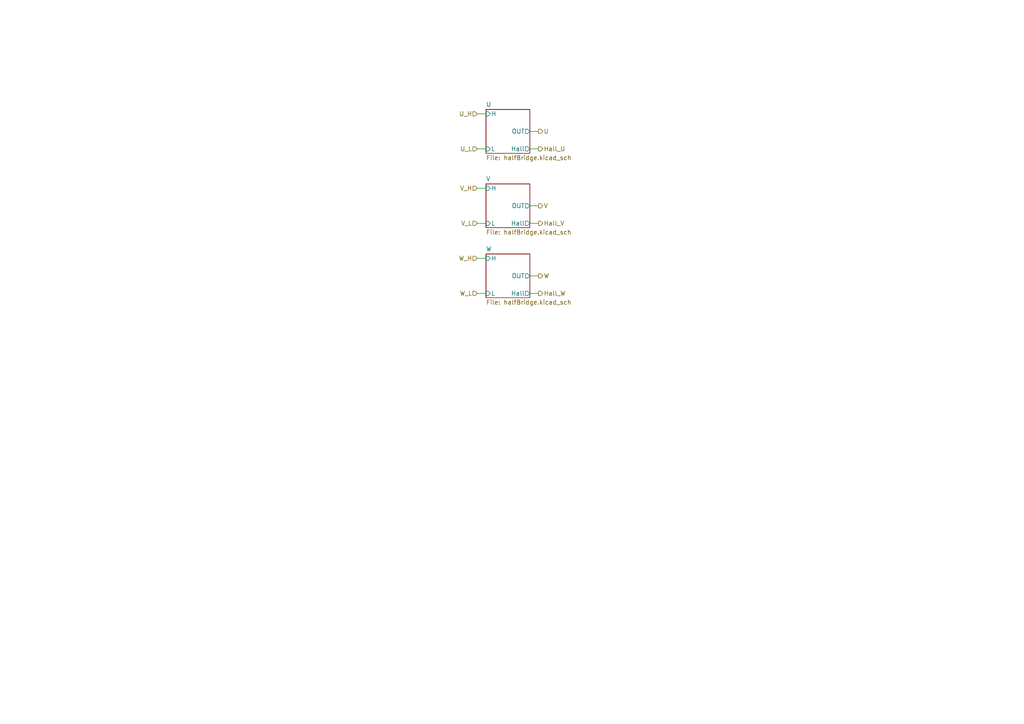
<source format=kicad_sch>
(kicad_sch (version 20211123) (generator eeschema)

  (uuid 66c30d38-93a2-49c3-8a6d-a6d2cfd13997)

  (paper "A4")

  (lib_symbols
  )


  (wire (pts (xy 138.43 64.77) (xy 140.97 64.77))
    (stroke (width 0) (type default) (color 0 0 0 0))
    (uuid 03872b8a-f446-4356-88e8-5846f4184a24)
  )
  (wire (pts (xy 153.67 59.69) (xy 156.21 59.69))
    (stroke (width 0) (type default) (color 0 0 0 0))
    (uuid 04bf52b7-a263-4c43-b812-a6b524533f13)
  )
  (wire (pts (xy 138.43 74.93) (xy 140.97 74.93))
    (stroke (width 0) (type default) (color 0 0 0 0))
    (uuid 254c24da-58ec-41b4-9eb9-1c6864aa61e0)
  )
  (wire (pts (xy 138.43 43.18) (xy 140.97 43.18))
    (stroke (width 0) (type default) (color 0 0 0 0))
    (uuid 3dc6a2d5-ffa6-4376-8ac0-2d5902324aa8)
  )
  (wire (pts (xy 138.43 33.02) (xy 140.97 33.02))
    (stroke (width 0) (type default) (color 0 0 0 0))
    (uuid 62ac4705-cff8-4b09-99ff-b5e5ec1946b3)
  )
  (wire (pts (xy 138.43 54.61) (xy 140.97 54.61))
    (stroke (width 0) (type default) (color 0 0 0 0))
    (uuid 7588ac06-eb1f-44e6-b1bc-04e0c90c96a4)
  )
  (wire (pts (xy 138.43 85.09) (xy 140.97 85.09))
    (stroke (width 0) (type default) (color 0 0 0 0))
    (uuid 8c468e20-0b13-4fef-a29d-8852681871d8)
  )
  (wire (pts (xy 153.67 80.01) (xy 156.21 80.01))
    (stroke (width 0) (type default) (color 0 0 0 0))
    (uuid bf8ca0c7-6615-41f4-a986-98a9d86df39d)
  )
  (wire (pts (xy 153.67 85.09) (xy 156.21 85.09))
    (stroke (width 0) (type default) (color 0 0 0 0))
    (uuid dc9ec954-4bb0-479e-bff5-4d3c70056e2c)
  )
  (wire (pts (xy 153.67 38.1) (xy 156.21 38.1))
    (stroke (width 0) (type default) (color 0 0 0 0))
    (uuid e9959d36-c68b-425f-b3ee-849caf827dad)
  )
  (wire (pts (xy 153.67 43.18) (xy 156.21 43.18))
    (stroke (width 0) (type default) (color 0 0 0 0))
    (uuid f412fbe1-5539-4974-8104-191c7f218784)
  )
  (wire (pts (xy 153.67 64.77) (xy 156.21 64.77))
    (stroke (width 0) (type default) (color 0 0 0 0))
    (uuid f7e5a07f-9f96-4d1f-8d7f-9c9cc21609ed)
  )

  (hierarchical_label "U_H" (shape input) (at 138.43 33.02 180)
    (effects (font (size 1.27 1.27)) (justify right))
    (uuid 244c1485-8bb1-4a63-a5f7-456ee50ce610)
  )
  (hierarchical_label "Hall_W" (shape output) (at 156.21 85.09 0)
    (effects (font (size 1.27 1.27)) (justify left))
    (uuid 4e2ca619-b50d-441b-a10c-863217e451ad)
  )
  (hierarchical_label "U_L" (shape input) (at 138.43 43.18 180)
    (effects (font (size 1.27 1.27)) (justify right))
    (uuid 61baf148-40c9-4259-b63f-2e9887b2840f)
  )
  (hierarchical_label "U" (shape output) (at 156.21 38.1 0)
    (effects (font (size 1.27 1.27)) (justify left))
    (uuid 6ece2e51-ecc8-4ccb-8952-6bbefc48ffdb)
  )
  (hierarchical_label "V_H" (shape input) (at 138.43 54.61 180)
    (effects (font (size 1.27 1.27)) (justify right))
    (uuid 9a8e0647-37c2-41bb-8f43-6f585bf4d91d)
  )
  (hierarchical_label "V" (shape output) (at 156.21 59.69 0)
    (effects (font (size 1.27 1.27)) (justify left))
    (uuid b459a753-4350-4e2a-a8f7-8263c71e97fd)
  )
  (hierarchical_label "Hall_U" (shape output) (at 156.21 43.18 0)
    (effects (font (size 1.27 1.27)) (justify left))
    (uuid d32709f7-ab6a-47a4-940f-fa94d9bdb90a)
  )
  (hierarchical_label "V_L" (shape input) (at 138.43 64.77 180)
    (effects (font (size 1.27 1.27)) (justify right))
    (uuid d8a123cb-4013-4deb-b882-c5cf55dec967)
  )
  (hierarchical_label "Hall_V" (shape output) (at 156.21 64.77 0)
    (effects (font (size 1.27 1.27)) (justify left))
    (uuid da17ecc8-bec1-43e4-9dcb-e4dca1cf6c68)
  )
  (hierarchical_label "W" (shape output) (at 156.21 80.01 0)
    (effects (font (size 1.27 1.27)) (justify left))
    (uuid e24cf9ce-c405-46bd-91db-768b2862355a)
  )
  (hierarchical_label "W_L" (shape input) (at 138.43 85.09 180)
    (effects (font (size 1.27 1.27)) (justify right))
    (uuid f6cfe723-ef8c-4882-974c-67b826709211)
  )
  (hierarchical_label "W_H" (shape input) (at 138.43 74.93 180)
    (effects (font (size 1.27 1.27)) (justify right))
    (uuid fa5eadc7-6a62-465e-b8de-0369dd58aed4)
  )

  (sheet (at 140.97 73.66) (size 12.7 12.7) (fields_autoplaced)
    (stroke (width 0.1524) (type solid) (color 0 0 0 0))
    (fill (color 0 0 0 0.0000))
    (uuid 4d1f930b-0b1c-4882-bb90-335875f9a372)
    (property "Sheet name" "W" (id 0) (at 140.97 72.9484 0)
      (effects (font (size 1.27 1.27)) (justify left bottom))
    )
    (property "Sheet file" "halfBridge.kicad_sch" (id 1) (at 140.97 86.9446 0)
      (effects (font (size 1.27 1.27)) (justify left top))
    )
    (pin "OUT" output (at 153.67 80.01 0)
      (effects (font (size 1.27 1.27)) (justify right))
      (uuid 2b936831-3bd2-43cb-8722-b8ba1ef090af)
    )
    (pin "L" input (at 140.97 85.09 180)
      (effects (font (size 1.27 1.27)) (justify left))
      (uuid 980931e7-e7a1-4956-89aa-cb5c7f09415b)
    )
    (pin "H" input (at 140.97 74.93 180)
      (effects (font (size 1.27 1.27)) (justify left))
      (uuid e2d5af23-8b38-43ad-ae02-536dc4e5815e)
    )
    (pin "Hall" output (at 153.67 85.09 0)
      (effects (font (size 1.27 1.27)) (justify right))
      (uuid 29ec247d-c2fa-4263-b7d2-92e5db6ef5d1)
    )
  )

  (sheet (at 140.97 31.75) (size 12.7 12.7) (fields_autoplaced)
    (stroke (width 0.1524) (type solid) (color 0 0 0 0))
    (fill (color 0 0 0 0.0000))
    (uuid 531c55d8-f76e-4c7a-b77c-c8b082f32ec2)
    (property "Sheet name" "U" (id 0) (at 140.97 31.0384 0)
      (effects (font (size 1.27 1.27)) (justify left bottom))
    )
    (property "Sheet file" "halfBridge.kicad_sch" (id 1) (at 140.97 45.0346 0)
      (effects (font (size 1.27 1.27)) (justify left top))
    )
    (pin "OUT" output (at 153.67 38.1 0)
      (effects (font (size 1.27 1.27)) (justify right))
      (uuid 66caad03-ea2e-4d2f-b696-bef26bb49cf1)
    )
    (pin "L" input (at 140.97 43.18 180)
      (effects (font (size 1.27 1.27)) (justify left))
      (uuid f5d0e8a8-b1a3-4a0f-8a79-1f43ce5dad9f)
    )
    (pin "H" input (at 140.97 33.02 180)
      (effects (font (size 1.27 1.27)) (justify left))
      (uuid bca373f9-a054-4c79-8bfb-124f58ef0d89)
    )
    (pin "Hall" output (at 153.67 43.18 0)
      (effects (font (size 1.27 1.27)) (justify right))
      (uuid fa3b8cd4-f84e-41a1-9800-234d68e0c946)
    )
  )

  (sheet (at 140.97 53.34) (size 12.7 12.7) (fields_autoplaced)
    (stroke (width 0.1524) (type solid) (color 0 0 0 0))
    (fill (color 0 0 0 0.0000))
    (uuid a53f61a7-acb5-43b2-ac0a-d0997759260f)
    (property "Sheet name" "V" (id 0) (at 140.97 52.6284 0)
      (effects (font (size 1.27 1.27)) (justify left bottom))
    )
    (property "Sheet file" "halfBridge.kicad_sch" (id 1) (at 140.97 66.6246 0)
      (effects (font (size 1.27 1.27)) (justify left top))
    )
    (pin "OUT" output (at 153.67 59.69 0)
      (effects (font (size 1.27 1.27)) (justify right))
      (uuid efca1f53-c998-48f8-b456-f1265bfe161f)
    )
    (pin "L" input (at 140.97 64.77 180)
      (effects (font (size 1.27 1.27)) (justify left))
      (uuid 53bfbbd0-786a-4767-9342-929c247114a8)
    )
    (pin "H" input (at 140.97 54.61 180)
      (effects (font (size 1.27 1.27)) (justify left))
      (uuid 95a8a2bc-4f8b-4216-83ed-9bcfc92ddd0d)
    )
    (pin "Hall" output (at 153.67 64.77 0)
      (effects (font (size 1.27 1.27)) (justify right))
      (uuid a4390004-7129-44bd-a4d3-2f4f15f0c5e1)
    )
  )
)

</source>
